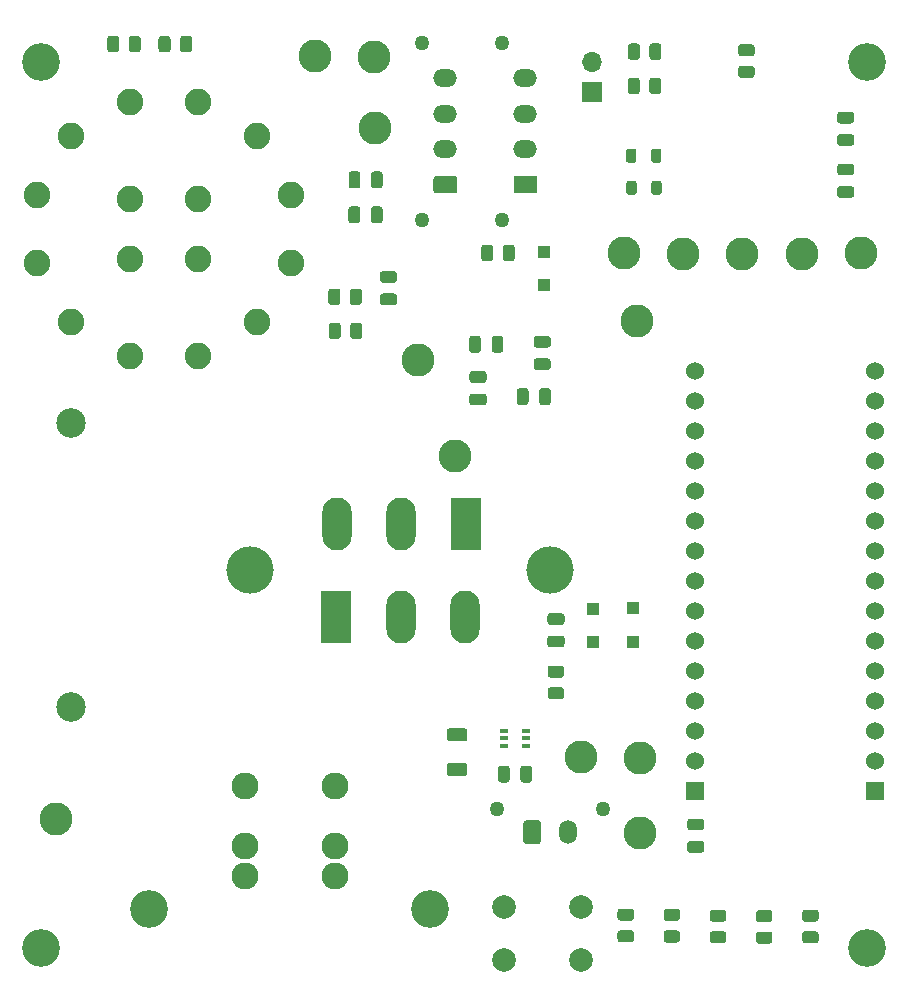
<source format=gbr>
%TF.GenerationSoftware,KiCad,Pcbnew,(5.1.9)-1*%
%TF.CreationDate,2021-04-03T20:31:08-05:00*%
%TF.ProjectId,IV Curve Tracer,49562043-7572-4766-9520-547261636572,1.1*%
%TF.SameCoordinates,Original*%
%TF.FileFunction,Soldermask,Bot*%
%TF.FilePolarity,Negative*%
%FSLAX46Y46*%
G04 Gerber Fmt 4.6, Leading zero omitted, Abs format (unit mm)*
G04 Created by KiCad (PCBNEW (5.1.9)-1) date 2021-04-03 20:31:08*
%MOMM*%
%LPD*%
G01*
G04 APERTURE LIST*
%ADD10R,0.700000X0.400000*%
%ADD11C,2.800000*%
%ADD12R,1.100000X1.100000*%
%ADD13C,4.000000*%
%ADD14C,1.270000*%
%ADD15O,1.500000X2.020000*%
%ADD16C,2.250000*%
%ADD17C,1.530000*%
%ADD18R,1.530000X1.530000*%
%ADD19C,2.000000*%
%ADD20R,2.500000X4.500000*%
%ADD21O,2.500000X4.500000*%
%ADD22O,1.700000X1.700000*%
%ADD23R,1.700000X1.700000*%
%ADD24O,2.020000X1.500000*%
%ADD25C,2.286000*%
%ADD26C,3.200000*%
%ADD27C,2.500000*%
G04 APERTURE END LIST*
%TO.C,C4*%
G36*
G01*
X52080000Y-34465000D02*
X52080000Y-35415000D01*
G75*
G02*
X51830000Y-35665000I-250000J0D01*
G01*
X51330000Y-35665000D01*
G75*
G02*
X51080000Y-35415000I0J250000D01*
G01*
X51080000Y-34465000D01*
G75*
G02*
X51330000Y-34215000I250000J0D01*
G01*
X51830000Y-34215000D01*
G75*
G02*
X52080000Y-34465000I0J-250000D01*
G01*
G37*
G36*
G01*
X53980000Y-34465000D02*
X53980000Y-35415000D01*
G75*
G02*
X53730000Y-35665000I-250000J0D01*
G01*
X53230000Y-35665000D01*
G75*
G02*
X52980000Y-35415000I0J250000D01*
G01*
X52980000Y-34465000D01*
G75*
G02*
X53230000Y-34215000I250000J0D01*
G01*
X53730000Y-34215000D01*
G75*
G02*
X53980000Y-34465000I0J-250000D01*
G01*
G37*
%TD*%
D10*
%TO.C,U2*%
X64220000Y-82210000D03*
X64220000Y-81560000D03*
X64220000Y-82860000D03*
X66120000Y-82860000D03*
X66120000Y-82210000D03*
X66120000Y-81560000D03*
%TD*%
D11*
%TO.C,TP1*%
X75750000Y-90210000D03*
%TD*%
%TO.C,R7*%
G36*
G01*
X68179999Y-77890000D02*
X69080001Y-77890000D01*
G75*
G02*
X69330000Y-78139999I0J-249999D01*
G01*
X69330000Y-78665001D01*
G75*
G02*
X69080001Y-78915000I-249999J0D01*
G01*
X68179999Y-78915000D01*
G75*
G02*
X67930000Y-78665001I0J249999D01*
G01*
X67930000Y-78139999D01*
G75*
G02*
X68179999Y-77890000I249999J0D01*
G01*
G37*
G36*
G01*
X68179999Y-76065000D02*
X69080001Y-76065000D01*
G75*
G02*
X69330000Y-76314999I0J-249999D01*
G01*
X69330000Y-76840001D01*
G75*
G02*
X69080001Y-77090000I-249999J0D01*
G01*
X68179999Y-77090000D01*
G75*
G02*
X67930000Y-76840001I0J249999D01*
G01*
X67930000Y-76314999D01*
G75*
G02*
X68179999Y-76065000I249999J0D01*
G01*
G37*
%TD*%
%TO.C,R6*%
G36*
G01*
X60895001Y-82490000D02*
X59644999Y-82490000D01*
G75*
G02*
X59395000Y-82240001I0J249999D01*
G01*
X59395000Y-81614999D01*
G75*
G02*
X59644999Y-81365000I249999J0D01*
G01*
X60895001Y-81365000D01*
G75*
G02*
X61145000Y-81614999I0J-249999D01*
G01*
X61145000Y-82240001D01*
G75*
G02*
X60895001Y-82490000I-249999J0D01*
G01*
G37*
G36*
G01*
X60895001Y-85415000D02*
X59644999Y-85415000D01*
G75*
G02*
X59395000Y-85165001I0J249999D01*
G01*
X59395000Y-84539999D01*
G75*
G02*
X59644999Y-84290000I249999J0D01*
G01*
X60895001Y-84290000D01*
G75*
G02*
X61145000Y-84539999I0J-249999D01*
G01*
X61145000Y-85165001D01*
G75*
G02*
X60895001Y-85415000I-249999J0D01*
G01*
G37*
%TD*%
D12*
%TO.C,D3*%
X67620000Y-43860000D03*
X67620000Y-41060000D03*
%TD*%
%TO.C,D2*%
X71790000Y-71230000D03*
X71790000Y-74030000D03*
%TD*%
%TO.C,D1*%
X75170000Y-71225000D03*
X75170000Y-74025000D03*
%TD*%
%TO.C,C3*%
G36*
G01*
X69115000Y-72620000D02*
X68165000Y-72620000D01*
G75*
G02*
X67915000Y-72370000I0J250000D01*
G01*
X67915000Y-71870000D01*
G75*
G02*
X68165000Y-71620000I250000J0D01*
G01*
X69115000Y-71620000D01*
G75*
G02*
X69365000Y-71870000I0J-250000D01*
G01*
X69365000Y-72370000D01*
G75*
G02*
X69115000Y-72620000I-250000J0D01*
G01*
G37*
G36*
G01*
X69115000Y-74520000D02*
X68165000Y-74520000D01*
G75*
G02*
X67915000Y-74270000I0J250000D01*
G01*
X67915000Y-73770000D01*
G75*
G02*
X68165000Y-73520000I250000J0D01*
G01*
X69115000Y-73520000D01*
G75*
G02*
X69365000Y-73770000I0J-250000D01*
G01*
X69365000Y-74270000D01*
G75*
G02*
X69115000Y-74520000I-250000J0D01*
G01*
G37*
%TD*%
%TO.C,C2*%
G36*
G01*
X65630000Y-85725000D02*
X65630000Y-84775000D01*
G75*
G02*
X65880000Y-84525000I250000J0D01*
G01*
X66380000Y-84525000D01*
G75*
G02*
X66630000Y-84775000I0J-250000D01*
G01*
X66630000Y-85725000D01*
G75*
G02*
X66380000Y-85975000I-250000J0D01*
G01*
X65880000Y-85975000D01*
G75*
G02*
X65630000Y-85725000I0J250000D01*
G01*
G37*
G36*
G01*
X63730000Y-85725000D02*
X63730000Y-84775000D01*
G75*
G02*
X63980000Y-84525000I250000J0D01*
G01*
X64480000Y-84525000D01*
G75*
G02*
X64730000Y-84775000I0J-250000D01*
G01*
X64730000Y-85725000D01*
G75*
G02*
X64480000Y-85975000I-250000J0D01*
G01*
X63980000Y-85975000D01*
G75*
G02*
X63730000Y-85725000I0J250000D01*
G01*
G37*
%TD*%
D11*
%TO.C,TP6*%
X60070000Y-58360000D03*
%TD*%
D13*
%TO.C,HS1*%
X68130000Y-67980000D03*
X42730000Y-67980000D03*
%TD*%
D14*
%TO.C,J1*%
X63620000Y-88210000D03*
X72620000Y-88210000D03*
G36*
G01*
X65870000Y-90930000D02*
X65870000Y-89410000D01*
G75*
G02*
X66120000Y-89160000I250000J0D01*
G01*
X67120000Y-89160000D01*
G75*
G02*
X67370000Y-89410000I0J-250000D01*
G01*
X67370000Y-90930000D01*
G75*
G02*
X67120000Y-91180000I-250000J0D01*
G01*
X66120000Y-91180000D01*
G75*
G02*
X65870000Y-90930000I0J250000D01*
G01*
G37*
D15*
X69620000Y-90170000D03*
%TD*%
%TO.C,C5*%
G36*
G01*
X52070000Y-37425000D02*
X52070000Y-38375000D01*
G75*
G02*
X51820000Y-38625000I-250000J0D01*
G01*
X51320000Y-38625000D01*
G75*
G02*
X51070000Y-38375000I0J250000D01*
G01*
X51070000Y-37425000D01*
G75*
G02*
X51320000Y-37175000I250000J0D01*
G01*
X51820000Y-37175000D01*
G75*
G02*
X52070000Y-37425000I0J-250000D01*
G01*
G37*
G36*
G01*
X53970000Y-37425000D02*
X53970000Y-38375000D01*
G75*
G02*
X53720000Y-38625000I-250000J0D01*
G01*
X53220000Y-38625000D01*
G75*
G02*
X52970000Y-38375000I0J250000D01*
G01*
X52970000Y-37425000D01*
G75*
G02*
X53220000Y-37175000I250000J0D01*
G01*
X53720000Y-37175000D01*
G75*
G02*
X53970000Y-37425000I0J-250000D01*
G01*
G37*
%TD*%
%TO.C,C1*%
G36*
G01*
X79995000Y-89010000D02*
X80945000Y-89010000D01*
G75*
G02*
X81195000Y-89260000I0J-250000D01*
G01*
X81195000Y-89760000D01*
G75*
G02*
X80945000Y-90010000I-250000J0D01*
G01*
X79995000Y-90010000D01*
G75*
G02*
X79745000Y-89760000I0J250000D01*
G01*
X79745000Y-89260000D01*
G75*
G02*
X79995000Y-89010000I250000J0D01*
G01*
G37*
G36*
G01*
X79995000Y-90910000D02*
X80945000Y-90910000D01*
G75*
G02*
X81195000Y-91160000I0J-250000D01*
G01*
X81195000Y-91660000D01*
G75*
G02*
X80945000Y-91910000I-250000J0D01*
G01*
X79995000Y-91910000D01*
G75*
G02*
X79745000Y-91660000I0J250000D01*
G01*
X79745000Y-91160000D01*
G75*
G02*
X79995000Y-90910000I250000J0D01*
G01*
G37*
%TD*%
D16*
%TO.C,SW2*%
X32587110Y-36547000D03*
X32587110Y-41673010D03*
X38332890Y-41673010D03*
X38332890Y-36546990D03*
X32587110Y-28388200D03*
X27611110Y-31261110D03*
X24738200Y-36237110D03*
X24738200Y-41982890D03*
X27611110Y-46958890D03*
X32587110Y-49831800D03*
X38332890Y-49831800D03*
X43308890Y-46958890D03*
X46181800Y-41982890D03*
X46181800Y-36237110D03*
X43308890Y-31261110D03*
X38332890Y-28388200D03*
%TD*%
D17*
%TO.C,U1*%
X95660000Y-51155000D03*
X95660000Y-53695000D03*
X95660000Y-56235000D03*
X95660000Y-58775000D03*
X95660000Y-61315000D03*
X95660000Y-63855000D03*
X95660000Y-66395000D03*
X95660000Y-68935000D03*
X95660000Y-71475000D03*
X95660000Y-74015000D03*
X95660000Y-76555000D03*
X95660000Y-79095000D03*
X95660000Y-81635000D03*
X95660000Y-84175000D03*
D18*
X95660000Y-86715000D03*
D17*
X80420000Y-51155000D03*
X80420000Y-53695000D03*
X80420000Y-56235000D03*
X80420000Y-58775000D03*
X80420000Y-61315000D03*
X80420000Y-63855000D03*
X80420000Y-66395000D03*
X80420000Y-68935000D03*
X80420000Y-71475000D03*
X80420000Y-74015000D03*
X80420000Y-76555000D03*
X80420000Y-79095000D03*
X80420000Y-81635000D03*
X80420000Y-84175000D03*
D18*
X80420000Y-86715000D03*
%TD*%
D11*
%TO.C,TP15*%
X53220000Y-24520000D03*
%TD*%
%TO.C,TP14*%
X48220000Y-24440000D03*
%TD*%
%TO.C,TP13*%
X84400000Y-41240000D03*
%TD*%
%TO.C,TP12*%
X53310000Y-30520000D03*
%TD*%
%TO.C,TP11*%
X74400000Y-41140000D03*
%TD*%
%TO.C,TP10*%
X79390000Y-41210000D03*
%TD*%
%TO.C,TP9*%
X94430000Y-41090000D03*
%TD*%
%TO.C,TP8*%
X89430000Y-41220000D03*
%TD*%
%TO.C,TP7*%
X26340000Y-89090000D03*
%TD*%
%TO.C,TP5*%
X56960000Y-50220000D03*
%TD*%
%TO.C,TP4*%
X75460000Y-46920000D03*
%TD*%
%TO.C,TP3*%
X70730000Y-83830000D03*
%TD*%
%TO.C,TP2*%
X75780000Y-83900000D03*
%TD*%
D19*
%TO.C,SW1*%
X70750000Y-96530000D03*
X70750000Y-101030000D03*
X64250000Y-96530000D03*
X64250000Y-101030000D03*
%TD*%
%TO.C,R19*%
G36*
G01*
X75750000Y-23639999D02*
X75750000Y-24540001D01*
G75*
G02*
X75500001Y-24790000I-249999J0D01*
G01*
X74974999Y-24790000D01*
G75*
G02*
X74725000Y-24540001I0J249999D01*
G01*
X74725000Y-23639999D01*
G75*
G02*
X74974999Y-23390000I249999J0D01*
G01*
X75500001Y-23390000D01*
G75*
G02*
X75750000Y-23639999I0J-249999D01*
G01*
G37*
G36*
G01*
X77575000Y-23639999D02*
X77575000Y-24540001D01*
G75*
G02*
X77325001Y-24790000I-249999J0D01*
G01*
X76799999Y-24790000D01*
G75*
G02*
X76550000Y-24540001I0J249999D01*
G01*
X76550000Y-23639999D01*
G75*
G02*
X76799999Y-23390000I249999J0D01*
G01*
X77325001Y-23390000D01*
G75*
G02*
X77575000Y-23639999I0J-249999D01*
G01*
G37*
%TD*%
%TO.C,R18*%
G36*
G01*
X76550000Y-27440001D02*
X76550000Y-26539999D01*
G75*
G02*
X76799999Y-26290000I249999J0D01*
G01*
X77325001Y-26290000D01*
G75*
G02*
X77575000Y-26539999I0J-249999D01*
G01*
X77575000Y-27440001D01*
G75*
G02*
X77325001Y-27690000I-249999J0D01*
G01*
X76799999Y-27690000D01*
G75*
G02*
X76550000Y-27440001I0J249999D01*
G01*
G37*
G36*
G01*
X74725000Y-27440001D02*
X74725000Y-26539999D01*
G75*
G02*
X74974999Y-26290000I249999J0D01*
G01*
X75500001Y-26290000D01*
G75*
G02*
X75750000Y-26539999I0J-249999D01*
G01*
X75750000Y-27440001D01*
G75*
G02*
X75500001Y-27690000I-249999J0D01*
G01*
X74974999Y-27690000D01*
G75*
G02*
X74725000Y-27440001I0J249999D01*
G01*
G37*
%TD*%
%TO.C,R17*%
G36*
G01*
X84309999Y-25277500D02*
X85210001Y-25277500D01*
G75*
G02*
X85460000Y-25527499I0J-249999D01*
G01*
X85460000Y-26052501D01*
G75*
G02*
X85210001Y-26302500I-249999J0D01*
G01*
X84309999Y-26302500D01*
G75*
G02*
X84060000Y-26052501I0J249999D01*
G01*
X84060000Y-25527499D01*
G75*
G02*
X84309999Y-25277500I249999J0D01*
G01*
G37*
G36*
G01*
X84309999Y-23452500D02*
X85210001Y-23452500D01*
G75*
G02*
X85460000Y-23702499I0J-249999D01*
G01*
X85460000Y-24227501D01*
G75*
G02*
X85210001Y-24477500I-249999J0D01*
G01*
X84309999Y-24477500D01*
G75*
G02*
X84060000Y-24227501I0J249999D01*
G01*
X84060000Y-23702499D01*
G75*
G02*
X84309999Y-23452500I249999J0D01*
G01*
G37*
%TD*%
%TO.C,R16*%
G36*
G01*
X36812500Y-23890001D02*
X36812500Y-22989999D01*
G75*
G02*
X37062499Y-22740000I249999J0D01*
G01*
X37587501Y-22740000D01*
G75*
G02*
X37837500Y-22989999I0J-249999D01*
G01*
X37837500Y-23890001D01*
G75*
G02*
X37587501Y-24140000I-249999J0D01*
G01*
X37062499Y-24140000D01*
G75*
G02*
X36812500Y-23890001I0J249999D01*
G01*
G37*
G36*
G01*
X34987500Y-23890001D02*
X34987500Y-22989999D01*
G75*
G02*
X35237499Y-22740000I249999J0D01*
G01*
X35762501Y-22740000D01*
G75*
G02*
X36012500Y-22989999I0J-249999D01*
G01*
X36012500Y-23890001D01*
G75*
G02*
X35762501Y-24140000I-249999J0D01*
G01*
X35237499Y-24140000D01*
G75*
G02*
X34987500Y-23890001I0J249999D01*
G01*
G37*
%TD*%
%TO.C,R15*%
G36*
G01*
X32460000Y-23890001D02*
X32460000Y-22989999D01*
G75*
G02*
X32709999Y-22740000I249999J0D01*
G01*
X33235001Y-22740000D01*
G75*
G02*
X33485000Y-22989999I0J-249999D01*
G01*
X33485000Y-23890001D01*
G75*
G02*
X33235001Y-24140000I-249999J0D01*
G01*
X32709999Y-24140000D01*
G75*
G02*
X32460000Y-23890001I0J249999D01*
G01*
G37*
G36*
G01*
X30635000Y-23890001D02*
X30635000Y-22989999D01*
G75*
G02*
X30884999Y-22740000I249999J0D01*
G01*
X31410001Y-22740000D01*
G75*
G02*
X31660000Y-22989999I0J-249999D01*
G01*
X31660000Y-23890001D01*
G75*
G02*
X31410001Y-24140000I-249999J0D01*
G01*
X30884999Y-24140000D01*
G75*
G02*
X30635000Y-23890001I0J249999D01*
G01*
G37*
%TD*%
%TO.C,R12*%
G36*
G01*
X49365000Y-45290001D02*
X49365000Y-44389999D01*
G75*
G02*
X49614999Y-44140000I249999J0D01*
G01*
X50140001Y-44140000D01*
G75*
G02*
X50390000Y-44389999I0J-249999D01*
G01*
X50390000Y-45290001D01*
G75*
G02*
X50140001Y-45540000I-249999J0D01*
G01*
X49614999Y-45540000D01*
G75*
G02*
X49365000Y-45290001I0J249999D01*
G01*
G37*
G36*
G01*
X51190000Y-45290001D02*
X51190000Y-44389999D01*
G75*
G02*
X51439999Y-44140000I249999J0D01*
G01*
X51965001Y-44140000D01*
G75*
G02*
X52215000Y-44389999I0J-249999D01*
G01*
X52215000Y-45290001D01*
G75*
G02*
X51965001Y-45540000I-249999J0D01*
G01*
X51439999Y-45540000D01*
G75*
G02*
X51190000Y-45290001I0J249999D01*
G01*
G37*
%TD*%
%TO.C,R11*%
G36*
G01*
X52247500Y-47269999D02*
X52247500Y-48170001D01*
G75*
G02*
X51997501Y-48420000I-249999J0D01*
G01*
X51472499Y-48420000D01*
G75*
G02*
X51222500Y-48170001I0J249999D01*
G01*
X51222500Y-47269999D01*
G75*
G02*
X51472499Y-47020000I249999J0D01*
G01*
X51997501Y-47020000D01*
G75*
G02*
X52247500Y-47269999I0J-249999D01*
G01*
G37*
G36*
G01*
X50422500Y-47269999D02*
X50422500Y-48170001D01*
G75*
G02*
X50172501Y-48420000I-249999J0D01*
G01*
X49647499Y-48420000D01*
G75*
G02*
X49397500Y-48170001I0J249999D01*
G01*
X49397500Y-47269999D01*
G75*
G02*
X49647499Y-47020000I249999J0D01*
G01*
X50172501Y-47020000D01*
G75*
G02*
X50422500Y-47269999I0J-249999D01*
G01*
G37*
%TD*%
%TO.C,R9*%
G36*
G01*
X64127500Y-41580001D02*
X64127500Y-40679999D01*
G75*
G02*
X64377499Y-40430000I249999J0D01*
G01*
X64902501Y-40430000D01*
G75*
G02*
X65152500Y-40679999I0J-249999D01*
G01*
X65152500Y-41580001D01*
G75*
G02*
X64902501Y-41830000I-249999J0D01*
G01*
X64377499Y-41830000D01*
G75*
G02*
X64127500Y-41580001I0J249999D01*
G01*
G37*
G36*
G01*
X62302500Y-41580001D02*
X62302500Y-40679999D01*
G75*
G02*
X62552499Y-40430000I249999J0D01*
G01*
X63077501Y-40430000D01*
G75*
G02*
X63327500Y-40679999I0J-249999D01*
G01*
X63327500Y-41580001D01*
G75*
G02*
X63077501Y-41830000I-249999J0D01*
G01*
X62552499Y-41830000D01*
G75*
G02*
X62302500Y-41580001I0J249999D01*
G01*
G37*
%TD*%
%TO.C,R5*%
G36*
G01*
X90630001Y-97757500D02*
X89729999Y-97757500D01*
G75*
G02*
X89480000Y-97507501I0J249999D01*
G01*
X89480000Y-96982499D01*
G75*
G02*
X89729999Y-96732500I249999J0D01*
G01*
X90630001Y-96732500D01*
G75*
G02*
X90880000Y-96982499I0J-249999D01*
G01*
X90880000Y-97507501D01*
G75*
G02*
X90630001Y-97757500I-249999J0D01*
G01*
G37*
G36*
G01*
X90630001Y-99582500D02*
X89729999Y-99582500D01*
G75*
G02*
X89480000Y-99332501I0J249999D01*
G01*
X89480000Y-98807499D01*
G75*
G02*
X89729999Y-98557500I249999J0D01*
G01*
X90630001Y-98557500D01*
G75*
G02*
X90880000Y-98807499I0J-249999D01*
G01*
X90880000Y-99332501D01*
G75*
G02*
X90630001Y-99582500I-249999J0D01*
G01*
G37*
%TD*%
%TO.C,R4*%
G36*
G01*
X82810001Y-97742500D02*
X81909999Y-97742500D01*
G75*
G02*
X81660000Y-97492501I0J249999D01*
G01*
X81660000Y-96967499D01*
G75*
G02*
X81909999Y-96717500I249999J0D01*
G01*
X82810001Y-96717500D01*
G75*
G02*
X83060000Y-96967499I0J-249999D01*
G01*
X83060000Y-97492501D01*
G75*
G02*
X82810001Y-97742500I-249999J0D01*
G01*
G37*
G36*
G01*
X82810001Y-99567500D02*
X81909999Y-99567500D01*
G75*
G02*
X81660000Y-99317501I0J249999D01*
G01*
X81660000Y-98792499D01*
G75*
G02*
X81909999Y-98542500I249999J0D01*
G01*
X82810001Y-98542500D01*
G75*
G02*
X83060000Y-98792499I0J-249999D01*
G01*
X83060000Y-99317501D01*
G75*
G02*
X82810001Y-99567500I-249999J0D01*
G01*
G37*
%TD*%
%TO.C,R3*%
G36*
G01*
X86720001Y-97782500D02*
X85819999Y-97782500D01*
G75*
G02*
X85570000Y-97532501I0J249999D01*
G01*
X85570000Y-97007499D01*
G75*
G02*
X85819999Y-96757500I249999J0D01*
G01*
X86720001Y-96757500D01*
G75*
G02*
X86970000Y-97007499I0J-249999D01*
G01*
X86970000Y-97532501D01*
G75*
G02*
X86720001Y-97782500I-249999J0D01*
G01*
G37*
G36*
G01*
X86720001Y-99607500D02*
X85819999Y-99607500D01*
G75*
G02*
X85570000Y-99357501I0J249999D01*
G01*
X85570000Y-98832499D01*
G75*
G02*
X85819999Y-98582500I249999J0D01*
G01*
X86720001Y-98582500D01*
G75*
G02*
X86970000Y-98832499I0J-249999D01*
G01*
X86970000Y-99357501D01*
G75*
G02*
X86720001Y-99607500I-249999J0D01*
G01*
G37*
%TD*%
%TO.C,R2*%
G36*
G01*
X78900001Y-97687500D02*
X77999999Y-97687500D01*
G75*
G02*
X77750000Y-97437501I0J249999D01*
G01*
X77750000Y-96912499D01*
G75*
G02*
X77999999Y-96662500I249999J0D01*
G01*
X78900001Y-96662500D01*
G75*
G02*
X79150000Y-96912499I0J-249999D01*
G01*
X79150000Y-97437501D01*
G75*
G02*
X78900001Y-97687500I-249999J0D01*
G01*
G37*
G36*
G01*
X78900001Y-99512500D02*
X77999999Y-99512500D01*
G75*
G02*
X77750000Y-99262501I0J249999D01*
G01*
X77750000Y-98737499D01*
G75*
G02*
X77999999Y-98487500I249999J0D01*
G01*
X78900001Y-98487500D01*
G75*
G02*
X79150000Y-98737499I0J-249999D01*
G01*
X79150000Y-99262501D01*
G75*
G02*
X78900001Y-99512500I-249999J0D01*
G01*
G37*
%TD*%
%TO.C,R1*%
G36*
G01*
X75000001Y-97670000D02*
X74099999Y-97670000D01*
G75*
G02*
X73850000Y-97420001I0J249999D01*
G01*
X73850000Y-96894999D01*
G75*
G02*
X74099999Y-96645000I249999J0D01*
G01*
X75000001Y-96645000D01*
G75*
G02*
X75250000Y-96894999I0J-249999D01*
G01*
X75250000Y-97420001D01*
G75*
G02*
X75000001Y-97670000I-249999J0D01*
G01*
G37*
G36*
G01*
X75000001Y-99495000D02*
X74099999Y-99495000D01*
G75*
G02*
X73850000Y-99245001I0J249999D01*
G01*
X73850000Y-98719999D01*
G75*
G02*
X74099999Y-98470000I249999J0D01*
G01*
X75000001Y-98470000D01*
G75*
G02*
X75250000Y-98719999I0J-249999D01*
G01*
X75250000Y-99245001D01*
G75*
G02*
X75000001Y-99495000I-249999J0D01*
G01*
G37*
%TD*%
D20*
%TO.C,Q2*%
X61000000Y-64070000D03*
D21*
X55550000Y-64070000D03*
X50100000Y-64070000D03*
%TD*%
D20*
%TO.C,Q1*%
X50040000Y-71930000D03*
D21*
X55490000Y-71930000D03*
X60940000Y-71930000D03*
%TD*%
%TO.C,L2*%
G36*
G01*
X76692500Y-33281250D02*
X76692500Y-32518750D01*
G75*
G02*
X76911250Y-32300000I218750J0D01*
G01*
X77348750Y-32300000D01*
G75*
G02*
X77567500Y-32518750I0J-218750D01*
G01*
X77567500Y-33281250D01*
G75*
G02*
X77348750Y-33500000I-218750J0D01*
G01*
X76911250Y-33500000D01*
G75*
G02*
X76692500Y-33281250I0J218750D01*
G01*
G37*
G36*
G01*
X74567500Y-33281250D02*
X74567500Y-32518750D01*
G75*
G02*
X74786250Y-32300000I218750J0D01*
G01*
X75223750Y-32300000D01*
G75*
G02*
X75442500Y-32518750I0J-218750D01*
G01*
X75442500Y-33281250D01*
G75*
G02*
X75223750Y-33500000I-218750J0D01*
G01*
X74786250Y-33500000D01*
G75*
G02*
X74567500Y-33281250I0J218750D01*
G01*
G37*
%TD*%
%TO.C,L1*%
G36*
G01*
X76715000Y-36001250D02*
X76715000Y-35238750D01*
G75*
G02*
X76933750Y-35020000I218750J0D01*
G01*
X77371250Y-35020000D01*
G75*
G02*
X77590000Y-35238750I0J-218750D01*
G01*
X77590000Y-36001250D01*
G75*
G02*
X77371250Y-36220000I-218750J0D01*
G01*
X76933750Y-36220000D01*
G75*
G02*
X76715000Y-36001250I0J218750D01*
G01*
G37*
G36*
G01*
X74590000Y-36001250D02*
X74590000Y-35238750D01*
G75*
G02*
X74808750Y-35020000I218750J0D01*
G01*
X75246250Y-35020000D01*
G75*
G02*
X75465000Y-35238750I0J-218750D01*
G01*
X75465000Y-36001250D01*
G75*
G02*
X75246250Y-36220000I-218750J0D01*
G01*
X74808750Y-36220000D01*
G75*
G02*
X74590000Y-36001250I0J218750D01*
G01*
G37*
%TD*%
D22*
%TO.C,JP1*%
X71660000Y-24950000D03*
D23*
X71660000Y-27490000D03*
%TD*%
D24*
%TO.C,J4*%
X59280000Y-26340000D03*
X59280000Y-29340000D03*
X59280000Y-32340000D03*
G36*
G01*
X60040000Y-36090000D02*
X58520000Y-36090000D01*
G75*
G02*
X58270000Y-35840000I0J250000D01*
G01*
X58270000Y-34840000D01*
G75*
G02*
X58520000Y-34590000I250000J0D01*
G01*
X60040000Y-34590000D01*
G75*
G02*
X60290000Y-34840000I0J-250000D01*
G01*
X60290000Y-35840000D01*
G75*
G02*
X60040000Y-36090000I-250000J0D01*
G01*
G37*
D14*
X57320000Y-23340000D03*
X57320000Y-38340000D03*
%TD*%
D24*
%TO.C,J3*%
X66060000Y-26330000D03*
X66060000Y-29330000D03*
X66060000Y-32330000D03*
G36*
G01*
X66820000Y-36080000D02*
X65300000Y-36080000D01*
G75*
G02*
X65050000Y-35830000I0J250000D01*
G01*
X65050000Y-34830000D01*
G75*
G02*
X65300000Y-34580000I250000J0D01*
G01*
X66820000Y-34580000D01*
G75*
G02*
X67070000Y-34830000I0J-250000D01*
G01*
X67070000Y-35830000D01*
G75*
G02*
X66820000Y-36080000I-250000J0D01*
G01*
G37*
D14*
X64100000Y-23330000D03*
X64100000Y-38330000D03*
%TD*%
D25*
%TO.C,J2*%
X42280000Y-86230000D03*
X49900000Y-86230000D03*
X42280000Y-91310000D03*
X42280000Y-93850000D03*
X49900000Y-91310000D03*
X49900000Y-93850000D03*
D26*
X34220000Y-96650000D03*
X57960000Y-96650000D03*
%TD*%
%TO.C,H4*%
X95000000Y-100000000D03*
%TD*%
%TO.C,H3*%
X25000000Y-100000000D03*
%TD*%
%TO.C,H2*%
X95000000Y-25000000D03*
%TD*%
%TO.C,H1*%
X25000000Y-25000000D03*
%TD*%
D27*
%TO.C,F1*%
X27570000Y-55500000D03*
X27570000Y-79600000D03*
%TD*%
%TO.C,C15*%
G36*
G01*
X93645000Y-30170000D02*
X92695000Y-30170000D01*
G75*
G02*
X92445000Y-29920000I0J250000D01*
G01*
X92445000Y-29420000D01*
G75*
G02*
X92695000Y-29170000I250000J0D01*
G01*
X93645000Y-29170000D01*
G75*
G02*
X93895000Y-29420000I0J-250000D01*
G01*
X93895000Y-29920000D01*
G75*
G02*
X93645000Y-30170000I-250000J0D01*
G01*
G37*
G36*
G01*
X93645000Y-32070000D02*
X92695000Y-32070000D01*
G75*
G02*
X92445000Y-31820000I0J250000D01*
G01*
X92445000Y-31320000D01*
G75*
G02*
X92695000Y-31070000I250000J0D01*
G01*
X93645000Y-31070000D01*
G75*
G02*
X93895000Y-31320000I0J-250000D01*
G01*
X93895000Y-31820000D01*
G75*
G02*
X93645000Y-32070000I-250000J0D01*
G01*
G37*
%TD*%
%TO.C,C13*%
G36*
G01*
X92695000Y-35460000D02*
X93645000Y-35460000D01*
G75*
G02*
X93895000Y-35710000I0J-250000D01*
G01*
X93895000Y-36210000D01*
G75*
G02*
X93645000Y-36460000I-250000J0D01*
G01*
X92695000Y-36460000D01*
G75*
G02*
X92445000Y-36210000I0J250000D01*
G01*
X92445000Y-35710000D01*
G75*
G02*
X92695000Y-35460000I250000J0D01*
G01*
G37*
G36*
G01*
X92695000Y-33560000D02*
X93645000Y-33560000D01*
G75*
G02*
X93895000Y-33810000I0J-250000D01*
G01*
X93895000Y-34310000D01*
G75*
G02*
X93645000Y-34560000I-250000J0D01*
G01*
X92695000Y-34560000D01*
G75*
G02*
X92445000Y-34310000I0J250000D01*
G01*
X92445000Y-33810000D01*
G75*
G02*
X92695000Y-33560000I250000J0D01*
G01*
G37*
%TD*%
%TO.C,C11*%
G36*
G01*
X61290000Y-49335000D02*
X61290000Y-48385000D01*
G75*
G02*
X61540000Y-48135000I250000J0D01*
G01*
X62040000Y-48135000D01*
G75*
G02*
X62290000Y-48385000I0J-250000D01*
G01*
X62290000Y-49335000D01*
G75*
G02*
X62040000Y-49585000I-250000J0D01*
G01*
X61540000Y-49585000D01*
G75*
G02*
X61290000Y-49335000I0J250000D01*
G01*
G37*
G36*
G01*
X63190000Y-49335000D02*
X63190000Y-48385000D01*
G75*
G02*
X63440000Y-48135000I250000J0D01*
G01*
X63940000Y-48135000D01*
G75*
G02*
X64190000Y-48385000I0J-250000D01*
G01*
X64190000Y-49335000D01*
G75*
G02*
X63940000Y-49585000I-250000J0D01*
G01*
X63440000Y-49585000D01*
G75*
G02*
X63190000Y-49335000I0J250000D01*
G01*
G37*
%TD*%
%TO.C,C10*%
G36*
G01*
X62515000Y-54030000D02*
X61565000Y-54030000D01*
G75*
G02*
X61315000Y-53780000I0J250000D01*
G01*
X61315000Y-53280000D01*
G75*
G02*
X61565000Y-53030000I250000J0D01*
G01*
X62515000Y-53030000D01*
G75*
G02*
X62765000Y-53280000I0J-250000D01*
G01*
X62765000Y-53780000D01*
G75*
G02*
X62515000Y-54030000I-250000J0D01*
G01*
G37*
G36*
G01*
X62515000Y-52130000D02*
X61565000Y-52130000D01*
G75*
G02*
X61315000Y-51880000I0J250000D01*
G01*
X61315000Y-51380000D01*
G75*
G02*
X61565000Y-51130000I250000J0D01*
G01*
X62515000Y-51130000D01*
G75*
G02*
X62765000Y-51380000I0J-250000D01*
G01*
X62765000Y-51880000D01*
G75*
G02*
X62515000Y-52130000I-250000J0D01*
G01*
G37*
%TD*%
%TO.C,C9*%
G36*
G01*
X68220000Y-52815000D02*
X68220000Y-53765000D01*
G75*
G02*
X67970000Y-54015000I-250000J0D01*
G01*
X67470000Y-54015000D01*
G75*
G02*
X67220000Y-53765000I0J250000D01*
G01*
X67220000Y-52815000D01*
G75*
G02*
X67470000Y-52565000I250000J0D01*
G01*
X67970000Y-52565000D01*
G75*
G02*
X68220000Y-52815000I0J-250000D01*
G01*
G37*
G36*
G01*
X66320000Y-52815000D02*
X66320000Y-53765000D01*
G75*
G02*
X66070000Y-54015000I-250000J0D01*
G01*
X65570000Y-54015000D01*
G75*
G02*
X65320000Y-53765000I0J250000D01*
G01*
X65320000Y-52815000D01*
G75*
G02*
X65570000Y-52565000I250000J0D01*
G01*
X66070000Y-52565000D01*
G75*
G02*
X66320000Y-52815000I0J-250000D01*
G01*
G37*
%TD*%
%TO.C,C8*%
G36*
G01*
X67005000Y-48150000D02*
X67955000Y-48150000D01*
G75*
G02*
X68205000Y-48400000I0J-250000D01*
G01*
X68205000Y-48900000D01*
G75*
G02*
X67955000Y-49150000I-250000J0D01*
G01*
X67005000Y-49150000D01*
G75*
G02*
X66755000Y-48900000I0J250000D01*
G01*
X66755000Y-48400000D01*
G75*
G02*
X67005000Y-48150000I250000J0D01*
G01*
G37*
G36*
G01*
X67005000Y-50050000D02*
X67955000Y-50050000D01*
G75*
G02*
X68205000Y-50300000I0J-250000D01*
G01*
X68205000Y-50800000D01*
G75*
G02*
X67955000Y-51050000I-250000J0D01*
G01*
X67005000Y-51050000D01*
G75*
G02*
X66755000Y-50800000I0J250000D01*
G01*
X66755000Y-50300000D01*
G75*
G02*
X67005000Y-50050000I250000J0D01*
G01*
G37*
%TD*%
%TO.C,C7*%
G36*
G01*
X53985000Y-44550000D02*
X54935000Y-44550000D01*
G75*
G02*
X55185000Y-44800000I0J-250000D01*
G01*
X55185000Y-45300000D01*
G75*
G02*
X54935000Y-45550000I-250000J0D01*
G01*
X53985000Y-45550000D01*
G75*
G02*
X53735000Y-45300000I0J250000D01*
G01*
X53735000Y-44800000D01*
G75*
G02*
X53985000Y-44550000I250000J0D01*
G01*
G37*
G36*
G01*
X53985000Y-42650000D02*
X54935000Y-42650000D01*
G75*
G02*
X55185000Y-42900000I0J-250000D01*
G01*
X55185000Y-43400000D01*
G75*
G02*
X54935000Y-43650000I-250000J0D01*
G01*
X53985000Y-43650000D01*
G75*
G02*
X53735000Y-43400000I0J250000D01*
G01*
X53735000Y-42900000D01*
G75*
G02*
X53985000Y-42650000I250000J0D01*
G01*
G37*
%TD*%
M02*

</source>
